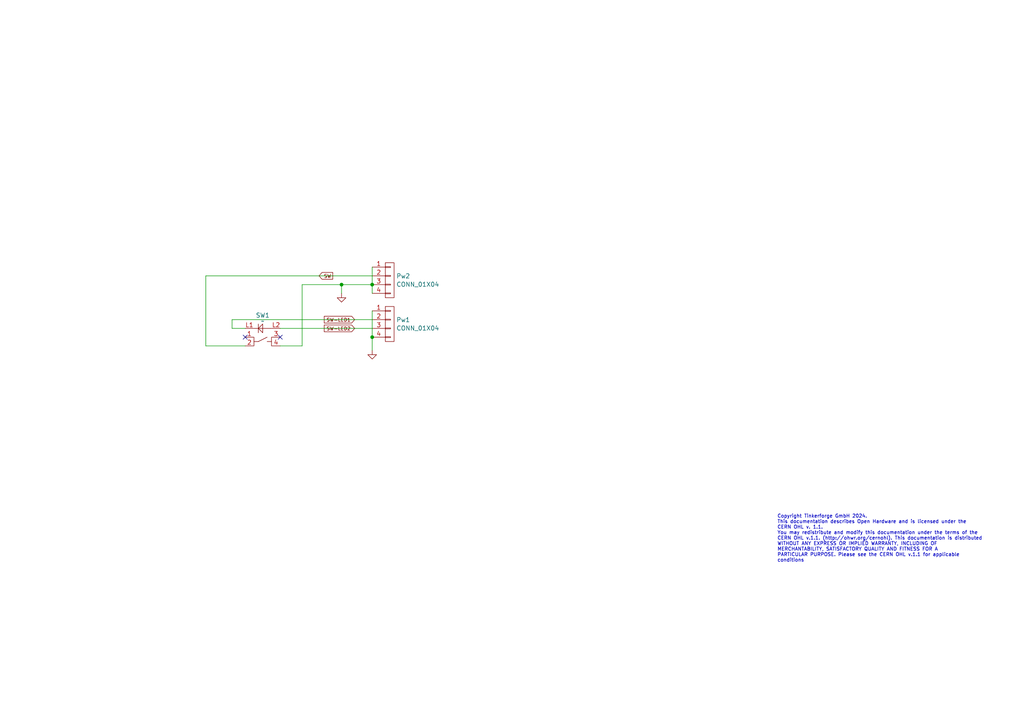
<source format=kicad_sch>
(kicad_sch
	(version 20231120)
	(generator "eeschema")
	(generator_version "8.0")
	(uuid "6f95f6fd-d127-4f29-b004-e8df75ff7108")
	(paper "A4")
	(title_block
		(title "WARP Front Panel Adapter")
		(date "2024-07-02")
		(rev "1.1")
		(company "Tinkerforge GmbH")
		(comment 1 "Licensed under CERN OHL v.1.1")
		(comment 2 "Copyright (©) 2024, B.Nordmeyer <bastian@tinkerforge.com>")
	)
	(lib_symbols
		(symbol "tf:CONN_01X04"
			(pin_names
				(offset 1.016) hide)
			(exclude_from_sim no)
			(in_bom yes)
			(on_board yes)
			(property "Reference" "P"
				(at 0 6.35 0)
				(effects
					(font
						(size 1.27 1.27)
					)
				)
			)
			(property "Value" "CONN_01X04"
				(at 2.54 0 90)
				(effects
					(font
						(size 1.27 1.27)
					)
				)
			)
			(property "Footprint" ""
				(at 0 0 0)
				(effects
					(font
						(size 1.27 1.27)
					)
				)
			)
			(property "Datasheet" ""
				(at 0 0 0)
				(effects
					(font
						(size 1.27 1.27)
					)
				)
			)
			(property "Description" "Connector 01x04"
				(at 0 0 0)
				(effects
					(font
						(size 1.27 1.27)
					)
					(hide yes)
				)
			)
			(property "ki_fp_filters" "Pin_Header_Straight_1X04 Pin_Header_Angled_1X04 Socket_Strip_Straight_1X04 Socket_Strip_Angled_1X04"
				(at 0 0 0)
				(effects
					(font
						(size 1.27 1.27)
					)
					(hide yes)
				)
			)
			(symbol "CONN_01X04_0_1"
				(rectangle
					(start -1.27 -3.683)
					(end 0.254 -3.937)
					(stroke
						(width 0)
						(type default)
					)
					(fill
						(type none)
					)
				)
				(rectangle
					(start -1.27 -1.143)
					(end 0.254 -1.397)
					(stroke
						(width 0)
						(type default)
					)
					(fill
						(type none)
					)
				)
				(rectangle
					(start -1.27 1.397)
					(end 0.254 1.143)
					(stroke
						(width 0)
						(type default)
					)
					(fill
						(type none)
					)
				)
				(rectangle
					(start -1.27 3.937)
					(end 0.254 3.683)
					(stroke
						(width 0)
						(type default)
					)
					(fill
						(type none)
					)
				)
				(rectangle
					(start -1.27 5.08)
					(end 1.27 -5.08)
					(stroke
						(width 0)
						(type default)
					)
					(fill
						(type none)
					)
				)
			)
			(symbol "CONN_01X04_1_1"
				(pin passive line
					(at -5.08 3.81 0)
					(length 3.81)
					(name "P1"
						(effects
							(font
								(size 1.27 1.27)
							)
						)
					)
					(number "1"
						(effects
							(font
								(size 1.27 1.27)
							)
						)
					)
				)
				(pin passive line
					(at -5.08 1.27 0)
					(length 3.81)
					(name "P2"
						(effects
							(font
								(size 1.27 1.27)
							)
						)
					)
					(number "2"
						(effects
							(font
								(size 1.27 1.27)
							)
						)
					)
				)
				(pin passive line
					(at -5.08 -1.27 0)
					(length 3.81)
					(name "P3"
						(effects
							(font
								(size 1.27 1.27)
							)
						)
					)
					(number "3"
						(effects
							(font
								(size 1.27 1.27)
							)
						)
					)
				)
				(pin passive line
					(at -5.08 -3.81 0)
					(length 3.81)
					(name "P4"
						(effects
							(font
								(size 1.27 1.27)
							)
						)
					)
					(number "4"
						(effects
							(font
								(size 1.27 1.27)
							)
						)
					)
				)
			)
		)
		(symbol "tf:LED_TACT_SW_THT"
			(exclude_from_sim no)
			(in_bom yes)
			(on_board yes)
			(property "Reference" "SW"
				(at 0 -3.302 0)
				(effects
					(font
						(size 1.27 1.27)
					)
				)
			)
			(property "Value" ""
				(at 0 0 0)
				(effects
					(font
						(size 1.27 1.27)
					)
				)
			)
			(property "Footprint" ""
				(at 0 0 0)
				(effects
					(font
						(size 1.27 1.27)
					)
					(hide yes)
				)
			)
			(property "Datasheet" ""
				(at 0 0 0)
				(effects
					(font
						(size 1.27 1.27)
					)
					(hide yes)
				)
			)
			(property "Description" ""
				(at 0 0 0)
				(effects
					(font
						(size 1.27 1.27)
					)
					(hide yes)
				)
			)
			(symbol "LED_TACT_SW_THT_0_1"
				(polyline
					(pts
						(xy -2.54 0) (xy -1.27 0)
					)
					(stroke
						(width 0)
						(type default)
					)
					(fill
						(type none)
					)
				)
				(polyline
					(pts
						(xy -2.54 1.27) (xy -2.54 -1.27)
					)
					(stroke
						(width 0)
						(type default)
					)
					(fill
						(type none)
					)
				)
				(polyline
					(pts
						(xy -2.54 3.81) (xy 2.54 3.81)
					)
					(stroke
						(width 0)
						(type default)
					)
					(fill
						(type none)
					)
				)
				(polyline
					(pts
						(xy -1.27 0) (xy 1.27 1.27)
					)
					(stroke
						(width 0)
						(type default)
					)
					(fill
						(type none)
					)
				)
				(polyline
					(pts
						(xy -1.27 5.08) (xy -1.27 2.54)
					)
					(stroke
						(width 0)
						(type default)
					)
					(fill
						(type none)
					)
				)
				(polyline
					(pts
						(xy 2.54 0) (xy 1.27 0)
					)
					(stroke
						(width 0)
						(type default)
					)
					(fill
						(type none)
					)
				)
				(polyline
					(pts
						(xy 2.54 1.27) (xy 2.54 -1.27)
					)
					(stroke
						(width 0)
						(type default)
					)
					(fill
						(type none)
					)
				)
				(polyline
					(pts
						(xy -1.27 3.81) (xy 0 5.08) (xy 0 2.54) (xy -1.27 3.81)
					)
					(stroke
						(width 0)
						(type default)
					)
					(fill
						(type none)
					)
				)
			)
			(symbol "LED_TACT_SW_THT_1_1"
				(pin passive line
					(at -5.08 1.27 0)
					(length 2.43)
					(name ""
						(effects
							(font
								(size 1.27 1.27)
							)
						)
					)
					(number "1"
						(effects
							(font
								(size 1.27 1.27)
							)
						)
					)
				)
				(pin passive line
					(at -5.08 -1.27 0)
					(length 2.43)
					(name ""
						(effects
							(font
								(size 1.27 1.27)
							)
						)
					)
					(number "2"
						(effects
							(font
								(size 1.27 1.27)
							)
						)
					)
				)
				(pin passive line
					(at 5.08 1.27 180)
					(length 2.43)
					(name ""
						(effects
							(font
								(size 1.27 1.27)
							)
						)
					)
					(number "3"
						(effects
							(font
								(size 1.27 1.27)
							)
						)
					)
				)
				(pin passive line
					(at 5.08 -1.27 180)
					(length 2.43)
					(name ""
						(effects
							(font
								(size 1.27 1.27)
							)
						)
					)
					(number "4"
						(effects
							(font
								(size 1.27 1.27)
							)
						)
					)
				)
				(pin passive line
					(at -5.08 3.81 0)
					(length 2.43)
					(name ""
						(effects
							(font
								(size 1.27 1.27)
							)
						)
					)
					(number "L1"
						(effects
							(font
								(size 1.27 1.27)
							)
						)
					)
				)
				(pin passive line
					(at 5.08 3.81 180)
					(length 2.43)
					(name ""
						(effects
							(font
								(size 1.27 1.27)
							)
						)
					)
					(number "L2"
						(effects
							(font
								(size 1.27 1.27)
							)
						)
					)
				)
			)
		)
		(symbol "tinkerforge:GND"
			(power)
			(pin_names
				(offset 0)
			)
			(exclude_from_sim no)
			(in_bom yes)
			(on_board yes)
			(property "Reference" "#PWR"
				(at 0 -6.35 0)
				(effects
					(font
						(size 1.27 1.27)
					)
					(hide yes)
				)
			)
			(property "Value" "GND"
				(at 0 -5.08 0)
				(effects
					(font
						(size 1.27 1.27)
					)
				)
			)
			(property "Footprint" ""
				(at 0 0 0)
				(effects
					(font
						(size 1.27 1.27)
					)
				)
			)
			(property "Datasheet" ""
				(at 0 0 0)
				(effects
					(font
						(size 1.27 1.27)
					)
				)
			)
			(property "Description" ""
				(at 0 0 0)
				(effects
					(font
						(size 1.27 1.27)
					)
					(hide yes)
				)
			)
			(symbol "GND_0_1"
				(polyline
					(pts
						(xy 0 0) (xy 0 -1.27) (xy 1.27 -1.27) (xy 0 -2.54) (xy -1.27 -1.27) (xy 0 -1.27)
					)
					(stroke
						(width 0)
						(type default)
					)
					(fill
						(type none)
					)
				)
			)
			(symbol "GND_1_1"
				(pin power_in line
					(at 0 0 270)
					(length 0) hide
					(name "GND"
						(effects
							(font
								(size 1.27 1.27)
							)
						)
					)
					(number "1"
						(effects
							(font
								(size 1.27 1.27)
							)
						)
					)
				)
			)
		)
	)
	(junction
		(at 99.06 82.55)
		(diameter 0)
		(color 0 0 0 0)
		(uuid "3ec5be69-63a2-4eae-85d8-303227d8787d")
	)
	(junction
		(at 107.95 82.55)
		(diameter 0)
		(color 0 0 0 0)
		(uuid "957b605e-e3fc-4a88-8861-3149afe2bfed")
	)
	(junction
		(at 107.95 97.79)
		(diameter 0)
		(color 0 0 0 0)
		(uuid "edb019b5-e4ae-4d2e-98b3-d8f42cb80f45")
	)
	(no_connect
		(at 71.12 97.79)
		(uuid "9bcdc72c-9fe8-4f9d-84f2-53e18201610b")
	)
	(no_connect
		(at 81.28 97.79)
		(uuid "bd1d6e40-6040-486c-b5e4-9c472f84d368")
	)
	(wire
		(pts
			(xy 99.06 82.55) (xy 87.63 82.55)
		)
		(stroke
			(width 0)
			(type default)
		)
		(uuid "2be0fb34-fe73-44cf-92ea-db7bfcd8368b")
	)
	(wire
		(pts
			(xy 67.31 92.71) (xy 107.95 92.71)
		)
		(stroke
			(width 0)
			(type default)
		)
		(uuid "2bf7a6e2-0ee5-411c-a632-a366523363c0")
	)
	(wire
		(pts
			(xy 81.28 95.25) (xy 107.95 95.25)
		)
		(stroke
			(width 0)
			(type default)
		)
		(uuid "2e3b1357-accf-40b8-886a-513a12347b26")
	)
	(wire
		(pts
			(xy 107.95 97.79) (xy 107.95 101.6)
		)
		(stroke
			(width 0)
			(type default)
		)
		(uuid "2fb05914-b144-4b54-b18c-c8a3aa6bcc85")
	)
	(wire
		(pts
			(xy 87.63 82.55) (xy 87.63 100.33)
		)
		(stroke
			(width 0)
			(type default)
		)
		(uuid "36eebb14-13e7-4425-ae83-d0b9bc6980cf")
	)
	(wire
		(pts
			(xy 59.69 80.01) (xy 107.95 80.01)
		)
		(stroke
			(width 0)
			(type default)
		)
		(uuid "4ba39d36-5742-403c-8b9d-83642277c893")
	)
	(wire
		(pts
			(xy 71.12 100.33) (xy 59.69 100.33)
		)
		(stroke
			(width 0)
			(type default)
		)
		(uuid "7a86fdc3-139f-48e6-9c10-3dc909dc49e8")
	)
	(wire
		(pts
			(xy 107.95 82.55) (xy 107.95 85.09)
		)
		(stroke
			(width 0)
			(type default)
		)
		(uuid "b014f70e-8de5-46dd-839b-256cfc72f3af")
	)
	(wire
		(pts
			(xy 59.69 80.01) (xy 59.69 100.33)
		)
		(stroke
			(width 0)
			(type default)
		)
		(uuid "c3bb5738-3134-42d3-a407-8b90839c02e8")
	)
	(wire
		(pts
			(xy 67.31 92.71) (xy 67.31 95.25)
		)
		(stroke
			(width 0)
			(type default)
		)
		(uuid "ce650893-b1f5-4315-bd66-7349026c78e6")
	)
	(wire
		(pts
			(xy 107.95 90.17) (xy 107.95 97.79)
		)
		(stroke
			(width 0)
			(type default)
		)
		(uuid "d2909fe7-d830-4707-bb49-1cc0bb9b88ae")
	)
	(wire
		(pts
			(xy 107.95 82.55) (xy 99.06 82.55)
		)
		(stroke
			(width 0)
			(type default)
		)
		(uuid "e4fd75b4-ba05-4d95-8b8f-799dbb62f82a")
	)
	(wire
		(pts
			(xy 87.63 100.33) (xy 81.28 100.33)
		)
		(stroke
			(width 0)
			(type default)
		)
		(uuid "ecfe77d7-c7f4-4e64-b2a9-6aea42aecdec")
	)
	(wire
		(pts
			(xy 67.31 95.25) (xy 71.12 95.25)
		)
		(stroke
			(width 0)
			(type default)
		)
		(uuid "ed7e0b24-721a-46fa-af55-ffa8dece370c")
	)
	(wire
		(pts
			(xy 99.06 82.55) (xy 99.06 85.09)
		)
		(stroke
			(width 0)
			(type default)
		)
		(uuid "f91acda0-20af-46c4-a96a-d0d3c9ef0fd3")
	)
	(wire
		(pts
			(xy 107.95 77.47) (xy 107.95 82.55)
		)
		(stroke
			(width 0)
			(type default)
		)
		(uuid "fbfa32f0-24bd-4ffd-81fb-972fdb4ce9fd")
	)
	(text "Copyright Tinkerforge GmbH 2024.\nThis documentation describes Open Hardware and is licensed under the\nCERN OHL v. 1.1.\nYou may redistribute and modify this documentation under the terms of the\nCERN OHL v.1.1. (http://ohwr.org/cernohl). This documentation is distributed\nWITHOUT ANY EXPRESS OR IMPLIED WARRANTY, INCLUDING OF\nMERCHANTABILITY, SATISFACTORY QUALITY AND FITNESS FOR A\nPARTICULAR PURPOSE. Please see the CERN OHL v.1.1 for applicable\nconditions"
		(exclude_from_sim no)
		(at 225.425 163.195 0)
		(effects
			(font
				(size 0.9906 0.9906)
			)
			(justify left bottom)
		)
		(uuid "f7f37dcd-e807-4cfd-a0a9-fa6d4af4f376")
	)
	(global_label "SW"
		(shape output)
		(at 96.52 80.01 180)
		(fields_autoplaced yes)
		(effects
			(font
				(size 0.9906 0.9906)
			)
			(justify right)
		)
		(uuid "2787ba7c-ea4a-4516-bb07-8e5e5c6bc4e9")
		(property "Intersheetrefs" "${INTERSHEET_REFS}"
			(at 92.1163 80.01 0)
			(effects
				(font
					(size 1.27 1.27)
				)
				(justify right)
				(hide yes)
			)
		)
	)
	(global_label "SW-LED2"
		(shape input)
		(at 102.87 95.25 180)
		(fields_autoplaced yes)
		(effects
			(font
				(size 0.9906 0.9906)
			)
			(justify right)
		)
		(uuid "303ea9ae-ebac-4fbd-8ea8-89d9643960d7")
		(property "Intersheetrefs" "${INTERSHEET_REFS}"
			(at 93.6076 95.25 0)
			(effects
				(font
					(size 1.27 1.27)
				)
				(justify right)
				(hide yes)
			)
		)
	)
	(global_label "SW-LED1"
		(shape input)
		(at 102.87 92.71 180)
		(fields_autoplaced yes)
		(effects
			(font
				(size 0.9906 0.9906)
			)
			(justify right)
		)
		(uuid "5c4c07a1-914d-4459-ac85-ebd6e73fb293")
		(property "Intersheetrefs" "${INTERSHEET_REFS}"
			(at 93.6076 92.71 0)
			(effects
				(font
					(size 1.27 1.27)
				)
				(justify right)
				(hide yes)
			)
		)
	)
	(symbol
		(lib_id "tf:CONN_01X04")
		(at 113.03 81.28 0)
		(unit 1)
		(exclude_from_sim no)
		(in_bom yes)
		(on_board yes)
		(dnp no)
		(fields_autoplaced yes)
		(uuid "1961a6e1-59b3-4934-9e4b-4e21ba26d81a")
		(property "Reference" "Pw2"
			(at 114.935 80.0678 0)
			(effects
				(font
					(size 1.27 1.27)
				)
				(justify left)
			)
		)
		(property "Value" "CONN_01X04"
			(at 114.935 82.4921 0)
			(effects
				(font
					(size 1.27 1.27)
				)
				(justify left)
			)
		)
		(property "Footprint" "tf:pin_array_1x4-P2mm_D1mm"
			(at 113.03 81.28 0)
			(effects
				(font
					(size 1.27 1.27)
				)
				(hide yes)
			)
		)
		(property "Datasheet" ""
			(at 113.03 81.28 0)
			(effects
				(font
					(size 1.27 1.27)
				)
			)
		)
		(property "Description" "Connector 01x04"
			(at 113.03 81.28 0)
			(effects
				(font
					(size 1.27 1.27)
				)
				(hide yes)
			)
		)
		(property "TFX" ""
			(at 113.03 81.28 0)
			(effects
				(font
					(size 1.27 1.27)
				)
				(hide yes)
			)
		)
		(pin "2"
			(uuid "d557aa84-953a-4bda-9073-f94f78df5d09")
		)
		(pin "1"
			(uuid "441ccca0-0887-4715-ad63-af730a6512e7")
		)
		(pin "3"
			(uuid "9d3ba101-ebd1-4a03-af3f-5b32e83ec453")
		)
		(pin "4"
			(uuid "3d5d3dca-f358-45b5-b1d2-b568281fa2c7")
		)
		(instances
			(project "warp-front-panel-adapter-pcb"
				(path "/6f95f6fd-d127-4f29-b004-e8df75ff7108"
					(reference "Pw2")
					(unit 1)
				)
			)
		)
	)
	(symbol
		(lib_id "tf:LED_TACT_SW_THT")
		(at 76.2 99.06 0)
		(unit 1)
		(exclude_from_sim no)
		(in_bom yes)
		(on_board yes)
		(dnp no)
		(fields_autoplaced yes)
		(uuid "6e96f9a3-150b-44a3-82c6-b03c63414e7c")
		(property "Reference" "SW1"
			(at 76.2 91.4485 0)
			(effects
				(font
					(size 1.27 1.27)
				)
			)
		)
		(property "Value" "~"
			(at 76.2 93.1299 0)
			(effects
				(font
					(size 1.27 1.27)
				)
			)
		)
		(property "Footprint" "tf:LED_TACT_SW_THT"
			(at 76.2 99.06 0)
			(effects
				(font
					(size 1.27 1.27)
				)
				(hide yes)
			)
		)
		(property "Datasheet" ""
			(at 76.2 99.06 0)
			(effects
				(font
					(size 1.27 1.27)
				)
				(hide yes)
			)
		)
		(property "Description" ""
			(at 76.2 99.06 0)
			(effects
				(font
					(size 1.27 1.27)
				)
				(hide yes)
			)
		)
		(property "TFX" ""
			(at 76.2 99.06 0)
			(effects
				(font
					(size 1.27 1.27)
				)
				(hide yes)
			)
		)
		(pin "L2"
			(uuid "48232be3-e812-4014-be16-2334a84854f0")
		)
		(pin "3"
			(uuid "50a1d05b-6e63-4f4c-866a-240ab501ce88")
		)
		(pin "2"
			(uuid "539adc61-a9c9-42f9-9416-9bea65ff3fcf")
		)
		(pin "4"
			(uuid "f3a6f152-77ad-4c84-80e1-8f4fc5381ee0")
		)
		(pin "1"
			(uuid "eb7615ee-73d2-4929-9fc6-15b2fd442b93")
		)
		(pin "L1"
			(uuid "1d061406-da57-4935-9d19-e17567a183ca")
		)
		(instances
			(project "warp-front-panel-adapter-pcb"
				(path "/6f95f6fd-d127-4f29-b004-e8df75ff7108"
					(reference "SW1")
					(unit 1)
				)
			)
		)
	)
	(symbol
		(lib_id "tf:CONN_01X04")
		(at 113.03 93.98 0)
		(unit 1)
		(exclude_from_sim no)
		(in_bom yes)
		(on_board yes)
		(dnp no)
		(fields_autoplaced yes)
		(uuid "a6b0092f-0a7d-4128-9d0c-22d2b926ec10")
		(property "Reference" "Pw1"
			(at 114.935 92.7678 0)
			(effects
				(font
					(size 1.27 1.27)
				)
				(justify left)
			)
		)
		(property "Value" "CONN_01X04"
			(at 114.935 95.1921 0)
			(effects
				(font
					(size 1.27 1.27)
				)
				(justify left)
			)
		)
		(property "Footprint" "tf:pin_array_1x4-P2mm_D1mm"
			(at 113.03 93.98 0)
			(effects
				(font
					(size 1.27 1.27)
				)
				(hide yes)
			)
		)
		(property "Datasheet" ""
			(at 113.03 93.98 0)
			(effects
				(font
					(size 1.27 1.27)
				)
			)
		)
		(property "Description" "Connector 01x04"
			(at 113.03 93.98 0)
			(effects
				(font
					(size 1.27 1.27)
				)
				(hide yes)
			)
		)
		(property "TFX" ""
			(at 113.03 93.98 0)
			(effects
				(font
					(size 1.27 1.27)
				)
				(hide yes)
			)
		)
		(pin "2"
			(uuid "e9c7cd7f-1363-4779-8a92-01391504bd63")
		)
		(pin "1"
			(uuid "181d3097-41b7-4843-895e-83a31ae6ad7b")
		)
		(pin "3"
			(uuid "c81636ec-7597-413d-99db-1880b1235d47")
		)
		(pin "4"
			(uuid "8414aa06-3b4b-49bb-a416-9f113c5113e8")
		)
		(instances
			(project "warp-front-panel-adapter-pcb"
				(path "/6f95f6fd-d127-4f29-b004-e8df75ff7108"
					(reference "Pw1")
					(unit 1)
				)
			)
		)
	)
	(symbol
		(lib_id "tinkerforge:GND")
		(at 107.95 101.6 0)
		(mirror y)
		(unit 1)
		(exclude_from_sim no)
		(in_bom yes)
		(on_board yes)
		(dnp no)
		(uuid "abe3dd48-f1d6-4836-9cfa-261630358d15")
		(property "Reference" "#PWR01"
			(at 107.95 101.6 0)
			(effects
				(font
					(size 0.762 0.762)
				)
				(hide yes)
			)
		)
		(property "Value" "GND"
			(at 107.95 103.378 0)
			(effects
				(font
					(size 0.762 0.762)
				)
				(hide yes)
			)
		)
		(property "Footprint" ""
			(at 107.95 101.6 0)
			(effects
				(font
					(size 1.524 1.524)
				)
			)
		)
		(property "Datasheet" ""
			(at 107.95 101.6 0)
			(effects
				(font
					(size 1.524 1.524)
				)
			)
		)
		(property "Description" ""
			(at 107.95 101.6 0)
			(effects
				(font
					(size 1.27 1.27)
				)
				(hide yes)
			)
		)
		(pin "1"
			(uuid "77553471-f286-40ba-b553-91903620d809")
		)
		(instances
			(project "warp-front-panel-adapter-pcb"
				(path "/6f95f6fd-d127-4f29-b004-e8df75ff7108"
					(reference "#PWR01")
					(unit 1)
				)
			)
		)
	)
	(symbol
		(lib_id "tinkerforge:GND")
		(at 99.06 85.09 0)
		(mirror y)
		(unit 1)
		(exclude_from_sim no)
		(in_bom yes)
		(on_board yes)
		(dnp no)
		(uuid "eb0cb371-e6ad-4f6d-a0fb-3ecb0bea37e8")
		(property "Reference" "#PWR0130"
			(at 99.06 85.09 0)
			(effects
				(font
					(size 0.762 0.762)
				)
				(hide yes)
			)
		)
		(property "Value" "GND"
			(at 99.06 86.868 0)
			(effects
				(font
					(size 0.762 0.762)
				)
				(hide yes)
			)
		)
		(property "Footprint" ""
			(at 99.06 85.09 0)
			(effects
				(font
					(size 1.524 1.524)
				)
			)
		)
		(property "Datasheet" ""
			(at 99.06 85.09 0)
			(effects
				(font
					(size 1.524 1.524)
				)
			)
		)
		(property "Description" ""
			(at 99.06 85.09 0)
			(effects
				(font
					(size 1.27 1.27)
				)
				(hide yes)
			)
		)
		(pin "1"
			(uuid "b4e5410d-7b31-41ec-95da-0c1906b34896")
		)
		(instances
			(project "warp-front-panel-adapter-pcb"
				(path "/6f95f6fd-d127-4f29-b004-e8df75ff7108"
					(reference "#PWR0130")
					(unit 1)
				)
			)
		)
	)
	(sheet_instances
		(path "/"
			(page "1")
		)
	)
)
</source>
